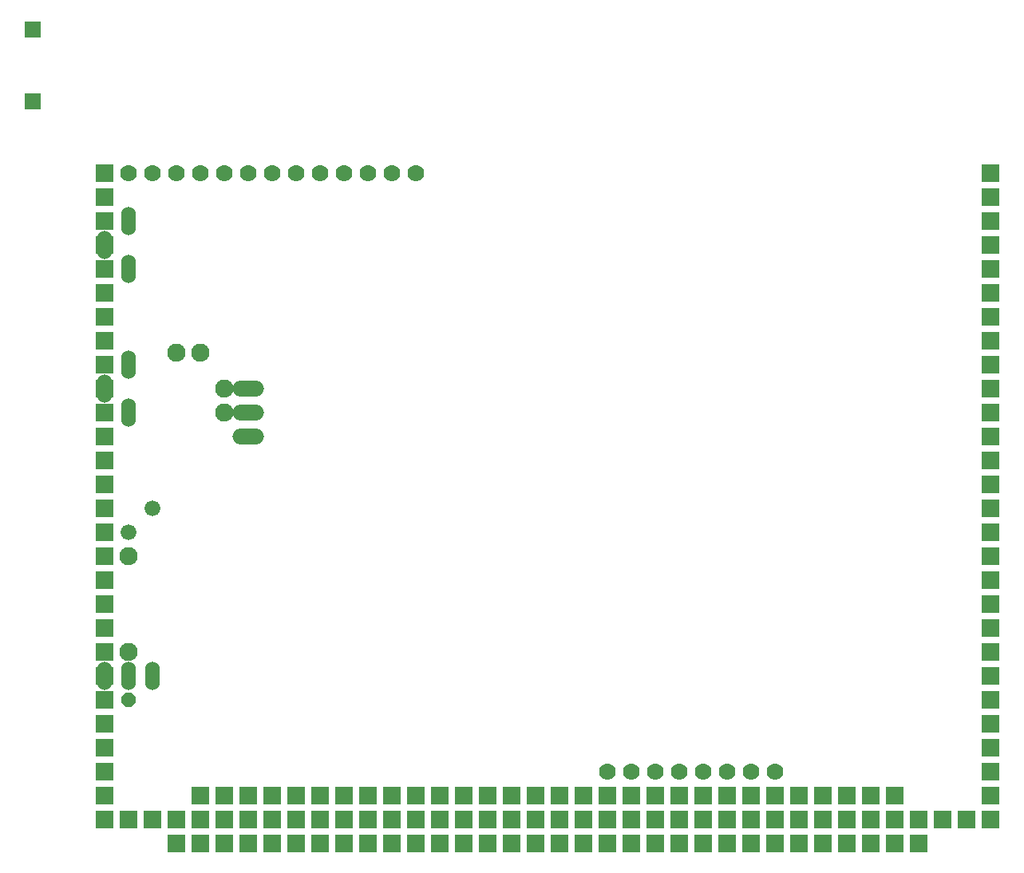
<source format=gbr>
G75*
G70*
%OFA0B0*%
%FSLAX24Y24*%
%IPPOS*%
%LPD*%
%AMOC8*
5,1,8,0,0,1.08239X$1,22.5*
%
%ADD10OC8,0.0600*%
%ADD11O,0.0600X0.1200*%
%ADD12C,0.0760*%
%ADD13C,0.0660*%
%ADD14O,0.1320X0.0660*%
%ADD15C,0.0700*%
%ADD16R,0.0700X0.0700*%
%ADD17R,0.0760X0.0760*%
D10*
X006233Y010671D03*
X014233Y005671D03*
X015233Y005671D03*
X016233Y005671D03*
X017233Y005671D03*
X018233Y005671D03*
X019233Y005671D03*
X020233Y005671D03*
X020233Y004671D03*
X019233Y004671D03*
X018233Y004671D03*
X017233Y004671D03*
X016233Y004671D03*
X015233Y004671D03*
X014233Y004671D03*
X021233Y004671D03*
X021233Y005671D03*
X022233Y005671D03*
X023233Y005671D03*
X024233Y005671D03*
X025233Y005671D03*
X026233Y005671D03*
X027233Y005671D03*
X028233Y005671D03*
X029233Y005671D03*
X030233Y005671D03*
X031233Y005671D03*
X032233Y005671D03*
X033233Y005671D03*
X033233Y004671D03*
X032233Y004671D03*
X031233Y004671D03*
X030233Y004671D03*
X029233Y004671D03*
X028233Y004671D03*
X027233Y004671D03*
X026233Y004671D03*
X025233Y004671D03*
X024233Y004671D03*
X023233Y004671D03*
X022233Y004671D03*
D11*
X007233Y011671D03*
X006233Y011671D03*
X005233Y011671D03*
X006233Y022671D03*
X005233Y023671D03*
X006233Y024671D03*
X006233Y028671D03*
X005233Y029671D03*
X006233Y030671D03*
D12*
X008233Y025171D03*
X009233Y025171D03*
X010233Y023671D03*
X010233Y022671D03*
X006233Y016671D03*
X006233Y012671D03*
D13*
X006233Y017671D03*
X005233Y018671D03*
X007233Y018671D03*
D14*
X011233Y021671D03*
X011233Y022671D03*
X011233Y023671D03*
D15*
X011233Y032671D03*
X010233Y032671D03*
X009233Y032671D03*
X008233Y032671D03*
X007233Y032671D03*
X006233Y032671D03*
X005233Y032671D03*
X012233Y032671D03*
X013233Y032671D03*
X014233Y032671D03*
X015233Y032671D03*
X016233Y032671D03*
X017233Y032671D03*
X018233Y032671D03*
X026233Y007671D03*
X027233Y007671D03*
X028233Y007671D03*
X029233Y007671D03*
X030233Y007671D03*
X031233Y007671D03*
X032233Y007671D03*
X033233Y007671D03*
D16*
X002233Y035671D03*
X002233Y038671D03*
D17*
X005233Y005671D03*
X006233Y005671D03*
X007233Y005671D03*
X008233Y005671D03*
X009233Y005671D03*
X010233Y005671D03*
X011233Y005671D03*
X012233Y005671D03*
X013233Y005671D03*
X014233Y005671D03*
X015233Y005671D03*
X016233Y005671D03*
X017233Y005671D03*
X018233Y005671D03*
X019233Y005671D03*
X020233Y005671D03*
X020233Y004671D03*
X019233Y004671D03*
X018233Y004671D03*
X017233Y004671D03*
X016233Y004671D03*
X015233Y004671D03*
X014233Y004671D03*
X013233Y004671D03*
X012233Y004671D03*
X011233Y004671D03*
X010233Y004671D03*
X009233Y004671D03*
X008233Y004671D03*
X009233Y006671D03*
X010233Y006671D03*
X011233Y006671D03*
X012233Y006671D03*
X013233Y006671D03*
X014233Y006671D03*
X015233Y006671D03*
X016233Y006671D03*
X017233Y006671D03*
X018233Y006671D03*
X019233Y006671D03*
X020233Y006671D03*
X021233Y006671D03*
X022233Y006671D03*
X023233Y006671D03*
X024233Y006671D03*
X025233Y006671D03*
X026233Y006671D03*
X027233Y006671D03*
X028233Y006671D03*
X029233Y006671D03*
X030233Y006671D03*
X031233Y006671D03*
X032233Y006671D03*
X033233Y006671D03*
X034233Y006671D03*
X035233Y006671D03*
X036233Y006671D03*
X037233Y006671D03*
X038233Y006671D03*
X038233Y005671D03*
X037233Y005671D03*
X036233Y005671D03*
X035233Y005671D03*
X034233Y005671D03*
X033233Y005671D03*
X032233Y005671D03*
X031233Y005671D03*
X030233Y005671D03*
X029233Y005671D03*
X028233Y005671D03*
X027233Y005671D03*
X026233Y005671D03*
X025233Y005671D03*
X024233Y005671D03*
X023233Y005671D03*
X022233Y005671D03*
X021233Y005671D03*
X021233Y004671D03*
X022233Y004671D03*
X023233Y004671D03*
X024233Y004671D03*
X025233Y004671D03*
X026233Y004671D03*
X027233Y004671D03*
X028233Y004671D03*
X029233Y004671D03*
X030233Y004671D03*
X031233Y004671D03*
X032233Y004671D03*
X033233Y004671D03*
X034233Y004671D03*
X035233Y004671D03*
X036233Y004671D03*
X037233Y004671D03*
X038233Y004671D03*
X039233Y004671D03*
X039233Y005671D03*
X040233Y005671D03*
X041233Y005671D03*
X042233Y005671D03*
X042233Y006671D03*
X042233Y007671D03*
X042233Y008671D03*
X042233Y009671D03*
X042233Y010671D03*
X042233Y011671D03*
X042233Y012671D03*
X042233Y013671D03*
X042233Y014671D03*
X042233Y015671D03*
X042233Y016671D03*
X042233Y017671D03*
X042233Y018671D03*
X042233Y019671D03*
X042233Y020671D03*
X042233Y021671D03*
X042233Y022671D03*
X042233Y023671D03*
X042233Y024671D03*
X042233Y025671D03*
X042233Y026671D03*
X042233Y027671D03*
X042233Y028671D03*
X042233Y029671D03*
X042233Y030671D03*
X042233Y031671D03*
X042233Y032671D03*
X005233Y032671D03*
X005233Y031671D03*
X005233Y030671D03*
X005233Y029671D03*
X005233Y028671D03*
X005233Y027671D03*
X005233Y026671D03*
X005233Y025671D03*
X005233Y024671D03*
X005233Y023671D03*
X005233Y022671D03*
X005233Y021671D03*
X005233Y020671D03*
X005233Y019671D03*
X005233Y018671D03*
X005233Y017671D03*
X005233Y016671D03*
X005233Y015671D03*
X005233Y014671D03*
X005233Y013671D03*
X005233Y012671D03*
X005233Y011671D03*
X005233Y010671D03*
X005233Y009671D03*
X005233Y008671D03*
X005233Y007671D03*
X005233Y006671D03*
M02*

</source>
